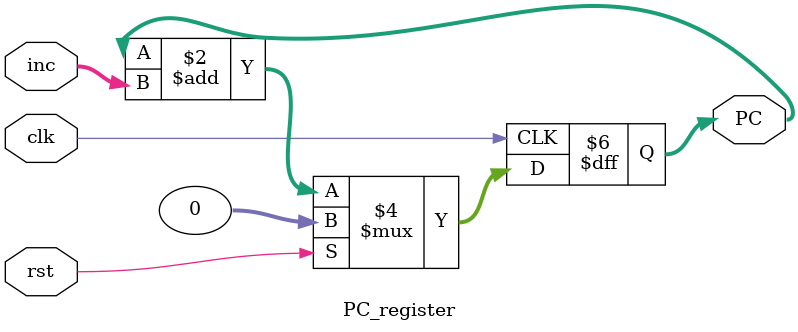
<source format=sv>
module PC_register #(
    parameter WIDTH = 32
)(
    // interface signals
    input logic                 clk,    //clock
    input logic                 rst,    //reset
    input logic  [WIDTH-1:0]    inc,    //increment 
    output logic [WIDTH-1:0]    PC     //PC output
);

always_ff @ (posedge clk)
    if (rst) PC <= {WIDTH{1'b0}};       
    else     PC <= PC + inc;
    
endmodule

</source>
